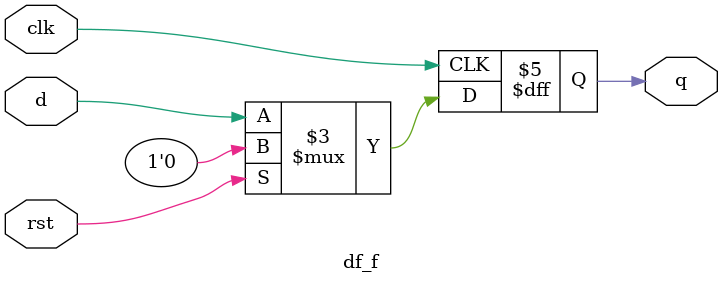
<source format=v>
`timescale 1ns / 1ps


module df_f(q,rst,clk,d); 
input clk,d,rst;
output reg q;
 always@(posedge clk) 
 begin
    if(rst)
        q<=0;
    else
        q<=d;
end
endmodule



</source>
